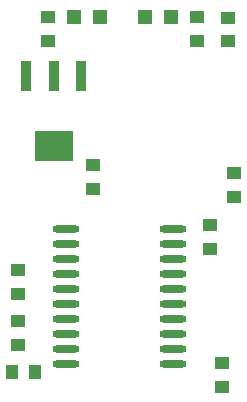
<source format=gtp>
%FSTAX24Y24*%
%MOIN*%
G70*
G01*
G75*
G04 Layer_Color=8421504*
%ADD10R,0.0512X0.0394*%
%ADD11O,0.0906X0.0236*%
%ADD12R,0.0394X0.0512*%
%ADD13R,0.1299X0.1004*%
%ADD14R,0.0374X0.1004*%
%ADD15R,0.0472X0.0512*%
%ADD16C,0.0100*%
%ADD17C,0.0300*%
%ADD18R,0.0650X0.4803*%
%ADD19C,0.0591*%
%ADD20R,0.0591X0.0591*%
%ADD21C,0.0984*%
%ADD22R,0.0984X0.0984*%
%ADD23C,0.0320*%
%ADD24R,0.0984X0.0512*%
%ADD25R,0.0374X0.0315*%
%ADD26R,0.0630X0.0630*%
%ADD27R,0.0709X0.0709*%
%ADD28C,0.0236*%
%ADD29C,0.0098*%
%ADD30C,0.0079*%
%ADD31C,0.0040*%
%ADD32C,0.0039*%
D10*
X2377Y188856D02*
D03*
Y189643D02*
D03*
X2416Y186856D02*
D03*
Y187643D02*
D03*
X2352Y186143D02*
D03*
Y185356D02*
D03*
Y183656D02*
D03*
Y184443D02*
D03*
X236204Y193776D02*
D03*
Y194564D02*
D03*
X242Y182256D02*
D03*
Y183043D02*
D03*
X241165Y193776D02*
D03*
Y194564D02*
D03*
X242415Y189367D02*
D03*
Y18858D02*
D03*
X242208Y194544D02*
D03*
Y193757D02*
D03*
D11*
X236809Y1875D02*
D03*
Y187D02*
D03*
Y1865D02*
D03*
Y186D02*
D03*
Y1855D02*
D03*
Y185D02*
D03*
Y1845D02*
D03*
Y184D02*
D03*
Y1835D02*
D03*
Y183D02*
D03*
X240391Y1875D02*
D03*
Y187D02*
D03*
Y1865D02*
D03*
Y186D02*
D03*
Y1855D02*
D03*
Y185D02*
D03*
Y1845D02*
D03*
Y184D02*
D03*
Y1835D02*
D03*
Y183D02*
D03*
D12*
X235006Y18275D02*
D03*
X235794D02*
D03*
D13*
X2364Y190278D02*
D03*
D14*
X235494Y192621D02*
D03*
X2364D02*
D03*
X237306D02*
D03*
D15*
X23707Y194564D02*
D03*
X237936D02*
D03*
X239432D02*
D03*
X240298D02*
D03*
M02*

</source>
